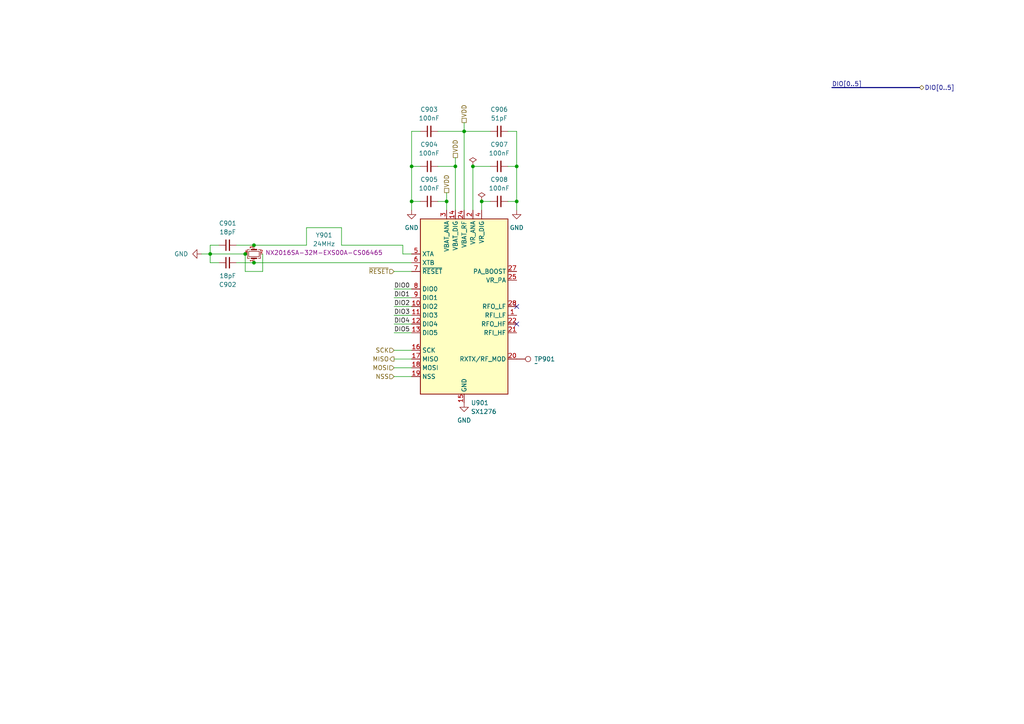
<source format=kicad_sch>
(kicad_sch (version 20230121) (generator eeschema)
  (paper "A4")
  (lib_symbols
    (symbol "Connector:TestPoint" (pin_numbers hide) (pin_names (offset 0.762) hide)
      (property "Reference" "TP" (at 0 6.858 0))
      (property "Value" "TestPoint" (at 0 5.08 0))
      (symbol "TestPoint_0_1"
        (circle (center 0 3.302) (radius 0.762))
      )
      (symbol "TestPoint_1_1"
        (pin passive line (at 0 0 90) (length 2.54) (name "1") (number "1"))
      )
    )
    (symbol "Device:C_Small" (pin_numbers hide) (pin_names (offset 0.254) hide)
      (property "Reference" "C" (at 0.254 1.778 0))
      (property "Value" "C_Small" (at 0.254 -2.032 0))
      (symbol "C_Small_0_1"
        (polyline (pts (xy -1.524 -0.508) (xy 1.524 -0.508)) (stroke (width 0.3302)))
        (polyline (pts (xy -1.524 0.508) (xy 1.524 0.508)) (stroke (width 0.3048)))
      )
      (symbol "C_Small_1_1"
        (pin passive line (at 0 2.54 270) (length 2.032) (name "~") (number "1"))
        (pin passive line (at 0 -2.54 90) (length 2.032) (name "~") (number "2"))
      )
    )
    (symbol "Device:Crystal_GND24_Small" (pin_names (offset 1.016) hide)
      (property "Reference" "Y" (at 1.27 4.445 0))
      (property "Value" "Crystal_GND24_Small" (at 1.27 2.54 0))
      (symbol "Crystal_GND24_Small_0_1"
        (rectangle (start -0.762 -1.524) (end 0.762 1.524))
        (polyline (pts (xy -1.27 -0.762) (xy -1.27 0.762)) (stroke (width 0.381)))
        (polyline (pts (xy 1.27 -0.762) (xy 1.27 0.762)) (stroke (width 0.381)))
        (polyline (pts (xy -1.27 -1.27) (xy -1.27 -1.905) (xy 1.27 -1.905) (xy 1.27 -1.27)))
        (polyline (pts (xy -1.27 1.27) (xy -1.27 1.905) (xy 1.27 1.905) (xy 1.27 1.27)))
      )
      (symbol "Crystal_GND24_Small_1_1"
        (pin passive line (at -2.54 0 0) (length 1.27) (name "1") (number "1"))
        (pin passive line (at 0 -2.54 90) (length 0.635) (name "2") (number "2"))
        (pin passive line (at 2.54 0 180) (length 1.27) (name "3") (number "3"))
        (pin passive line (at 0 2.54 270) (length 0.635) (name "4") (number "4"))
      )
    )
    (symbol "RF:SX1276"
      (property "Reference" "U" (at 13.97 24.13 0))
      (property "Value" "SX1276" (at 13.97 21.59 0))
      (symbol "SX1276_0_1"
        (rectangle (start -12.7 25.4) (end 12.7 -25.4) (stroke (width 0.254)) (fill (type background)))
      )
      (symbol "SX1276_1_1"
        (pin input line (at 15.24 -2.54 180) (length 2.54) (name "RFI_LF") (number "1"))
        (pin bidirectional line (at -15.24 0 0) (length 2.54) (name "DIO2") (number "10"))
        (pin bidirectional line (at -15.24 -2.54 0) (length 2.54) (name "DIO3") (number "11"))
        (pin bidirectional line (at -15.24 -5.08 0) (length 2.54) (name "DIO4") (number "12"))
        (pin bidirectional line (at -15.24 -7.62 0) (length 2.54) (name "DIO5") (number "13"))
        (pin power_in line (at -2.54 27.94 270) (length 2.54) (name "VBAT_DIG") (number "14"))
        (pin power_in line (at 0 -27.94 90) (length 2.54) (name "GND") (number "15"))
        (pin input line (at -15.24 -12.7 0) (length 2.54) (name "SCK") (number "16"))
        (pin output line (at -15.24 -15.24 0) (length 2.54) (name "MISO") (number "17"))
        (pin input line (at -15.24 -17.78 0) (length 2.54) (name "MOSI") (number "18"))
        (pin input line (at -15.24 -20.32 0) (length 2.54) (name "NSS") (number "19"))
        (pin power_in line (at 2.54 27.94 270) (length 2.54) (name "VR_ANA") (number "2"))
        (pin output line (at 15.24 -15.24 180) (length 2.54) (name "RXTX/RF_MOD") (number "20"))
        (pin input line (at 15.24 -7.62 180) (length 2.54) (name "RFI_HF") (number "21"))
        (pin output line (at 15.24 -5.08 180) (length 2.54) (name "RFO_HF") (number "22"))
        (pin passive line (at 0 -27.94 90) (length 2.54) hide (name "GND") (number "23"))
        (pin power_in line (at 0 27.94 270) (length 2.54) (name "VBAT_RF") (number "24"))
        (pin power_out line (at 15.24 7.62 180) (length 2.54) (name "VR_PA") (number "25"))
        (pin passive line (at 0 -27.94 90) (length 2.54) hide (name "GND") (number "26"))
        (pin power_out line (at 15.24 10.16 180) (length 2.54) (name "PA_BOOST") (number "27"))
        (pin output line (at 15.24 0 180) (length 2.54) (name "RFO_LF") (number "28"))
        (pin passive line (at 0 -27.94 90) (length 2.54) hide (name "GND") (number "29"))
        (pin power_in line (at -5.08 27.94 270) (length 2.54) (name "VBAT_ANA") (number "3"))
        (pin power_in line (at 5.08 27.94 270) (length 2.54) (name "VR_DIG") (number "4"))
        (pin bidirectional line (at -15.24 15.24 0) (length 2.54) (name "XTA") (number "5"))
        (pin bidirectional line (at -15.24 12.7 0) (length 2.54) (name "XTB") (number "6"))
        (pin input line (at -15.24 10.16 0) (length 2.54) (name "~{RESET}") (number "7"))
        (pin bidirectional line (at -15.24 5.08 0) (length 2.54) (name "DIO0") (number "8"))
        (pin bidirectional line (at -15.24 2.54 0) (length 2.54) (name "DIO1") (number "9"))
      )
    )
    (symbol "power:GND" (power) (pin_names (offset 0))
      (property "Value" "GND" (at 0 -3.81 0))
      (symbol "GND_0_1"
        (polyline (pts (xy 0 0) (xy 0 -1.27) (xy 1.27 -1.27) (xy 0 -2.54) (xy -1.27 -1.27) (xy 0 -1.27)))
      )
      (symbol "GND_1_1"
        (pin power_in line (at 0 0 270) (length 0) hide (name "GND") (number "1"))
      )
    )
    (symbol "power:PWR_FLAG" (power) (pin_numbers hide) (pin_names (offset 0) hide)
      (property "Value" "PWR_FLAG" (at 0 3.81 0))
      (symbol "PWR_FLAG_0_0"
        (pin power_out line (at 0 0 90) (length 0) (name "pwr") (number "1"))
      )
      (symbol "PWR_FLAG_0_1"
        (polyline (pts (xy 0 0) (xy 0 1.27) (xy -1.016 1.905) (xy 0 2.54) (xy 1.016 1.905) (xy 0 1.27)))
      )
    )
  )
  (junction (at 137.16 48.26))
  (junction (at 73.66 71.12))
  (junction (at 119.38 48.26))
  (junction (at 139.7 58.42))
  (junction (at 149.86 58.42))
  (junction (at 119.38 58.42))
  (junction (at 149.86 48.26))
  (junction (at 71.12 73.66))
  (junction (at 60.96 73.66))
  (junction (at 129.54 58.42))
  (junction (at 134.62 38.1))
  (junction (at 132.08 48.26))
  (junction (at 73.66 76.2))
  (no_connect (at 149.86 93.98))
  (no_connect (at 149.86 88.9))
  (wire (pts (xy 134.62 38.1) (xy 134.62 60.96)))
  (wire (pts (xy 127 38.1) (xy 134.62 38.1)))
  (wire (pts (xy 114.3 86.36) (xy 119.38 86.36)))
  (wire (pts (xy 73.66 76.2) (xy 119.38 76.2)))
  (wire (pts (xy 116.84 71.12) (xy 116.84 73.66)))
  (wire (pts (xy 119.38 48.26) (xy 121.92 48.26)))
  (wire (pts (xy 60.96 76.2) (xy 63.5 76.2)))
  (wire (pts (xy 88.9 66.04) (xy 99.06 66.04)))
  (wire (pts (xy 99.06 66.04) (xy 99.06 71.12)))
  (wire (pts (xy 99.06 71.12) (xy 116.84 71.12)))
  (wire (pts (xy 73.66 71.12) (xy 88.9 71.12)))
  (wire (pts (xy 114.3 78.74) (xy 119.38 78.74)))
  (wire (pts (xy 121.92 58.42) (xy 119.38 58.42)))
  (wire (pts (xy 129.54 58.42) (xy 129.54 60.96)))
  (wire (pts (xy 114.3 96.52) (xy 119.38 96.52)))
  (wire (pts (xy 60.96 71.12) (xy 60.96 73.66)))
  (wire (pts (xy 119.38 58.42) (xy 119.38 60.96)))
  (wire (pts (xy 119.38 38.1) (xy 121.92 38.1)))
  (wire (pts (xy 68.58 76.2) (xy 73.66 76.2)))
  (wire (pts (xy 116.84 73.66) (xy 119.38 73.66)))
  (wire (pts (xy 88.9 71.12) (xy 88.9 66.04)))
  (wire (pts (xy 114.3 91.44) (xy 119.38 91.44)))
  (wire (pts (xy 149.86 58.42) (xy 149.86 48.26)))
  (wire (pts (xy 76.2 73.66) (xy 76.2 78.74)))
  (wire (pts (xy 60.96 73.66) (xy 58.42 73.66)))
  (wire (pts (xy 149.86 60.96) (xy 149.86 58.42)))
  (wire (pts (xy 114.3 88.9) (xy 119.38 88.9)))
  (wire (pts (xy 129.54 55.88) (xy 129.54 58.42)))
  (wire (pts (xy 114.3 101.6) (xy 119.38 101.6)))
  (wire (pts (xy 63.5 71.12) (xy 60.96 71.12)))
  (wire (pts (xy 127 58.42) (xy 129.54 58.42)))
  (wire (pts (xy 132.08 48.26) (xy 127 48.26)))
  (wire (pts (xy 114.3 93.98) (xy 119.38 93.98)))
  (wire (pts (xy 149.86 38.1) (xy 149.86 48.26)))
  (wire (pts (xy 68.58 71.12) (xy 73.66 71.12)))
  (wire (pts (xy 149.86 58.42) (xy 147.32 58.42)))
  (wire (pts (xy 132.08 45.72) (xy 132.08 48.26)))
  (wire (pts (xy 142.24 48.26) (xy 137.16 48.26)))
  (wire (pts (xy 142.24 58.42) (xy 139.7 58.42)))
  (bus (pts (xy 241.3 25.4) (xy 266.7 25.4)))
  (wire (pts (xy 119.38 38.1) (xy 119.38 48.26)))
  (wire (pts (xy 114.3 109.22) (xy 119.38 109.22)))
  (wire (pts (xy 114.3 104.14) (xy 119.38 104.14)))
  (wire (pts (xy 137.16 48.26) (xy 137.16 60.96)))
  (wire (pts (xy 114.3 106.68) (xy 119.38 106.68)))
  (wire (pts (xy 147.32 38.1) (xy 149.86 38.1)))
  (wire (pts (xy 134.62 38.1) (xy 142.24 38.1)))
  (wire (pts (xy 60.96 73.66) (xy 71.12 73.66)))
  (wire (pts (xy 139.7 58.42) (xy 139.7 60.96)))
  (wire (pts (xy 132.08 60.96) (xy 132.08 48.26)))
  (wire (pts (xy 149.86 48.26) (xy 147.32 48.26)))
  (wire (pts (xy 134.62 35.56) (xy 134.62 38.1)))
  (wire (pts (xy 71.12 73.66) (xy 71.12 78.74)))
  (wire (pts (xy 114.3 83.82) (xy 119.38 83.82)))
  (wire (pts (xy 71.12 78.74) (xy 76.2 78.74)))
  (wire (pts (xy 60.96 73.66) (xy 60.96 76.2)))
  (wire (pts (xy 119.38 48.26) (xy 119.38 58.42)))
  (label "DIO0" (at 114.3 83.82 0))
  (label "DIO[0..5]" (at 241.3 25.4 0))
  (label "DIO3" (at 114.3 91.44 0))
  (label "DIO4" (at 114.3 93.98 0))
  (label "DIO1" (at 114.3 86.36 0))
  (label "DIO2" (at 114.3 88.9 0))
  (label "DIO5" (at 114.3 96.52 0))
  (hierarchical_label "MOSI" (shape input) (at 114.3 106.68 180))
  (hierarchical_label "NSS" (shape input) (at 114.3 109.22 180))
  (hierarchical_label "VDD" (shape passive) (at 132.08 45.72 90))
  (hierarchical_label "~{RESET}" (shape input) (at 114.3 78.74 180))
  (hierarchical_label "MISO" (shape output) (at 114.3 104.14 180))
  (hierarchical_label "VDD" (shape passive) (at 134.62 35.56 90))
  (hierarchical_label "SCK" (shape input) (at 114.3 101.6 180))
  (hierarchical_label "VDD" (shape passive) (at 129.54 55.88 90))
  (hierarchical_label "DIO[0..5]" (shape bidirectional) (at 266.7 25.4 0))
  (symbol (lib_id "Device:Crystal_GND24_Small") (at 73.66 73.66 90) (unit 1)
    (property "Reference" "Y901" (at 93.98 68.2057 90))
    (property "Value" "24MHz" (at 93.98 70.7457 90))
    (property "Footprint" "Crystal:Crystal_SMD_2016-4Pin_2.0x1.6mm" (effects hide))
    (property "PN" "NX2016SA-32M-EXS00A-CS06465" (at 93.98 73.2857 90))
  )
  (symbol (lib_id "Device:C_Small") (at 124.46 48.26 90) (unit 1)
    (property "Reference" "C904" (at 124.4663 41.91 90))
    (property "Value" "100nF" (at 124.4663 44.45 90))
    (property "Footprint" "Capacitor_SMD:C_0603_1608Metric" (effects hide))
  )
  (symbol (lib_id "Connector:TestPoint") (at 149.86 104.14 270) (unit 1)
    (property "Reference" "TP901" (at 154.94 104.14 90) (effects (justify left)))
    (property "Value" "~" (at 154.94 105.41 90) (effects (justify left)))
    (property "Footprint" "TestPoint:TestPoint_Pad_D2.0mm" (effects hide))
  )
  (symbol (lib_id "power:PWR_FLAG") (at 137.16 48.26 0) (unit 1)
    (property "Reference" "#FLG0901" (effects hide))
    (property "Value" "PWR_FLAG" (effects hide))
  )
  (symbol (lib_id "Device:C_Small") (at 144.78 58.42 90) (unit 1)
    (property "Reference" "C908" (at 144.7863 52.07 90))
    (property "Value" "100nF" (at 144.7863 54.61 90))
    (property "Footprint" "Capacitor_SMD:C_0603_1608Metric" (effects hide))
  )
  (symbol (lib_id "RF:SX1276") (at 134.62 88.9 0) (unit 1)
    (property "Reference" "U901" (at 136.5759 116.84 0) (effects (justify left)))
    (property "Value" "SX1276" (at 136.5759 119.38 0) (effects (justify left)))
    (property "Footprint" "Package_DFN_QFN:QFN-28-1EP_6x6mm_P0.65mm_EP4.8x4.8mm" (effects hide))
    (property "Datasheet" "https://semtech.my.salesforce.com/sfc/p/#E0000000JelG/a/2R0000001Rbr/6EfVZUorrpoKFfvaF_Fkpgp5kzjiNyiAbqcpqh9qSjE" (effects hide))
  )
  (symbol (lib_id "Device:C_Small") (at 124.46 58.42 90) (unit 1)
    (property "Reference" "C905" (at 124.4663 52.07 90))
    (property "Value" "100nF" (at 124.4663 54.61 90))
    (property "Footprint" "Capacitor_SMD:C_0603_1608Metric" (effects hide))
  )
  (symbol (lib_id "Device:C_Small") (at 66.04 71.12 90) (unit 1)
    (property "Reference" "C901" (at 66.0463 64.77 90))
    (property "Value" "18pF" (at 66.0463 67.31 90))
    (property "Footprint" "Capacitor_SMD:C_0402_1005Metric" (effects hide))
  )
  (symbol (lib_id "Device:C_Small") (at 124.46 38.1 90) (unit 1)
    (property "Reference" "C903" (at 124.4663 31.75 90))
    (property "Value" "100nF" (at 124.4663 34.29 90))
    (property "Footprint" "Capacitor_SMD:C_0603_1608Metric" (effects hide))
  )
  (symbol (lib_id "Device:C_Small") (at 144.78 38.1 90) (unit 1)
    (property "Reference" "C906" (at 144.7863 31.75 90))
    (property "Value" "51pF" (at 144.7863 34.29 90))
    (property "Footprint" "Capacitor_SMD:C_0402_1005Metric" (effects hide))
  )
  (symbol (lib_id "Device:C_Small") (at 66.04 76.2 90) (mirror x) (unit 1)
    (property "Reference" "C902" (at 66.0463 82.55 90))
    (property "Value" "18pF" (at 66.0463 80.01 90))
    (property "Footprint" "Capacitor_SMD:C_0402_1005Metric" (effects hide))
  )
  (symbol (lib_id "power:PWR_FLAG") (at 139.7 58.42 0) (unit 1)
    (property "Reference" "#FLG0902" (effects hide))
    (property "Value" "PWR_FLAG" (effects hide))
  )
  (symbol (lib_id "power:GND") (at 149.86 60.96 0) (unit 1)
    (property "Reference" "#PWR0904" (effects hide))
    (property "Value" "GND" (at 149.86 66.04 0))
  )
  (symbol (lib_id "power:GND") (at 119.38 60.96 0) (unit 1)
    (property "Reference" "#PWR0902" (effects hide))
    (property "Value" "GND" (at 119.38 66.04 0))
  )
  (symbol (lib_id "Device:C_Small") (at 144.78 48.26 90) (unit 1)
    (property "Reference" "C907" (at 144.7863 41.91 90))
    (property "Value" "100nF" (at 144.7863 44.45 90))
    (property "Footprint" "Capacitor_SMD:C_0603_1608Metric" (effects hide))
  )
  (symbol (lib_id "power:GND") (at 58.42 73.66 270) (unit 1)
    (property "Reference" "#PWR0901" (effects hide))
    (property "Value" "GND" (at 54.61 73.66 90) (effects (justify right)))
  )
  (symbol (lib_id "power:GND") (at 134.62 116.84 0) (unit 1)
    (property "Reference" "#PWR0903" (effects hide))
    (property "Value" "GND" (at 134.62 121.92 0))
  )
)
</source>
